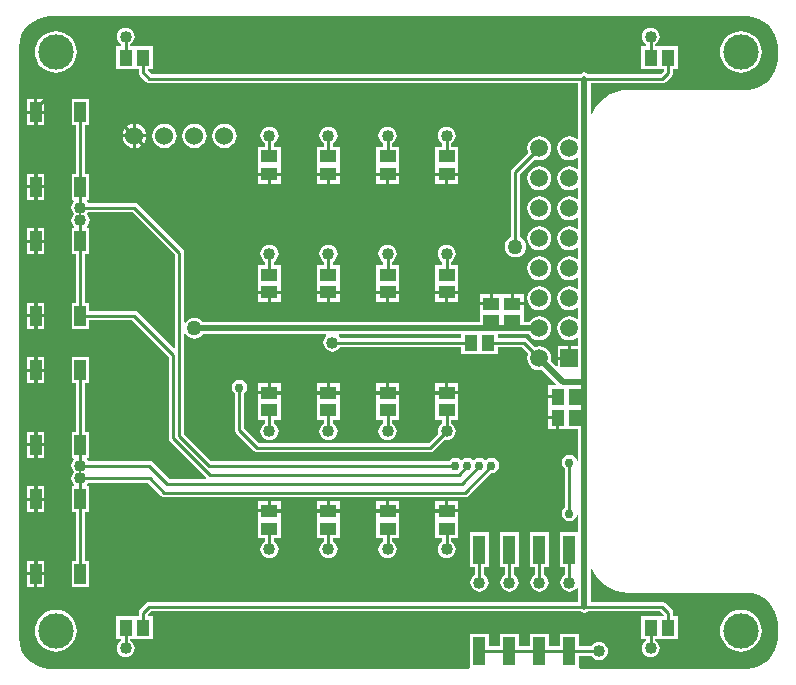
<source format=gtl>
G04 Layer_Physical_Order=1*
G04 Layer_Color=255*
%FSLAX25Y25*%
%MOIN*%
G70*
G01*
G75*
%ADD10R,0.03937X0.06693*%
%ADD11R,0.04449X0.09606*%
%ADD12R,0.05512X0.04331*%
%ADD13R,0.04331X0.05512*%
%ADD14C,0.02000*%
%ADD15C,0.01000*%
%ADD16C,0.11811*%
%ADD17C,0.06000*%
%ADD18C,0.05906*%
%ADD19R,0.05906X0.05906*%
%ADD20C,0.05000*%
%ADD21C,0.04000*%
%ADD22C,0.03000*%
G36*
X-31529Y29366D02*
Y-1733D01*
X-31991Y-1925D01*
X-43958Y10042D01*
X-44454Y10374D01*
X-45039Y10490D01*
X-60031D01*
Y13307D01*
X-61471D01*
Y29417D01*
X-60031D01*
Y38110D01*
X-60709D01*
X-60878Y38610D01*
X-60860Y38624D01*
X-60379Y39251D01*
X-60077Y39981D01*
X-59974Y40764D01*
X-60077Y41547D01*
X-60379Y42277D01*
X-60844Y42882D01*
X-60392Y43471D01*
X-45634D01*
X-31529Y29366D01*
D02*
G37*
G36*
X63882Y1529D02*
X23608D01*
X23140Y2140D01*
X23029Y2225D01*
X23199Y2725D01*
X63882D01*
Y1529D01*
D02*
G37*
G36*
X161111Y108538D02*
X163046Y107951D01*
X164828Y106998D01*
X166391Y105716D01*
X167673Y104154D01*
X168626Y102371D01*
X169213Y100437D01*
X169399Y98541D01*
X169376Y98425D01*
Y94575D01*
X169396Y94477D01*
X169207Y92563D01*
X168620Y90629D01*
X167667Y88846D01*
X166385Y87284D01*
X164823Y86002D01*
X163040Y85049D01*
X161106Y84462D01*
X159587Y84313D01*
X159095Y84293D01*
X159094Y84293D01*
X158684Y84218D01*
X158239Y84207D01*
X158118D01*
X119724Y84207D01*
Y84218D01*
X117636Y84054D01*
X115598Y83565D01*
X113663Y82763D01*
X111876Y81668D01*
X110283Y80308D01*
X108922Y78714D01*
X107827Y76928D01*
X107530Y76209D01*
X107039Y76306D01*
Y86471D01*
X131000D01*
X131585Y86587D01*
X132081Y86919D01*
X134034Y88871D01*
X134366Y89368D01*
X134482Y89953D01*
Y91244D01*
X136118D01*
Y98756D01*
X128577D01*
Y99345D01*
X129187Y99813D01*
X129668Y100440D01*
X129970Y101170D01*
X130073Y101953D01*
X129970Y102736D01*
X129668Y103466D01*
X129187Y104092D01*
X128560Y104573D01*
X127830Y104876D01*
X127047Y104979D01*
X126264Y104876D01*
X125534Y104573D01*
X124908Y104092D01*
X124427Y103466D01*
X124125Y102736D01*
X124021Y101953D01*
X124125Y101170D01*
X124427Y100440D01*
X124908Y99813D01*
X125518Y99345D01*
Y98756D01*
X123882D01*
Y91244D01*
X131423D01*
Y90586D01*
X130367Y89529D01*
X106311D01*
X105780Y89884D01*
X105000Y90039D01*
X104220Y89884D01*
X103689Y89529D01*
X-39366D01*
X-40518Y90681D01*
Y91244D01*
X-38882D01*
Y98756D01*
X-46423D01*
Y99345D01*
X-45813Y99813D01*
X-45332Y100440D01*
X-45030Y101170D01*
X-44927Y101953D01*
X-45030Y102736D01*
X-45332Y103466D01*
X-45813Y104092D01*
X-46440Y104573D01*
X-47170Y104876D01*
X-47953Y104979D01*
X-48736Y104876D01*
X-49466Y104573D01*
X-50092Y104092D01*
X-50573Y103466D01*
X-50876Y102736D01*
X-50979Y101953D01*
X-50876Y101170D01*
X-50573Y100440D01*
X-50092Y99813D01*
X-49482Y99345D01*
Y98756D01*
X-51118D01*
Y91244D01*
X-43577D01*
Y90047D01*
X-43460Y89462D01*
X-43129Y88966D01*
X-41081Y86919D01*
X-40585Y86587D01*
X-40000Y86471D01*
X102961D01*
Y68104D01*
X102461Y67858D01*
X101993Y68217D01*
X101032Y68615D01*
X100000Y68751D01*
X98968Y68615D01*
X98007Y68217D01*
X97181Y67583D01*
X96547Y66757D01*
X96149Y65796D01*
X96013Y64764D01*
X96149Y63732D01*
X96547Y62770D01*
X97181Y61945D01*
X98007Y61311D01*
X98968Y60913D01*
X100000Y60777D01*
X101032Y60913D01*
X101993Y61311D01*
X102461Y61670D01*
X102961Y61423D01*
Y58104D01*
X102461Y57858D01*
X101993Y58217D01*
X101032Y58615D01*
X100000Y58751D01*
X98968Y58615D01*
X98007Y58217D01*
X97181Y57583D01*
X96547Y56757D01*
X96149Y55796D01*
X96013Y54764D01*
X96149Y53732D01*
X96547Y52770D01*
X97181Y51945D01*
X98007Y51311D01*
X98968Y50913D01*
X100000Y50777D01*
X101032Y50913D01*
X101993Y51311D01*
X102461Y51670D01*
X102961Y51423D01*
Y48105D01*
X102461Y47858D01*
X101993Y48217D01*
X101032Y48615D01*
X100000Y48751D01*
X98968Y48615D01*
X98007Y48217D01*
X97181Y47583D01*
X96547Y46757D01*
X96149Y45796D01*
X96013Y44764D01*
X96149Y43732D01*
X96547Y42770D01*
X97181Y41945D01*
X98007Y41311D01*
X98968Y40913D01*
X100000Y40777D01*
X101032Y40913D01*
X101993Y41311D01*
X102461Y41670D01*
X102961Y41423D01*
Y38105D01*
X102461Y37858D01*
X101993Y38217D01*
X101032Y38615D01*
X100000Y38751D01*
X98968Y38615D01*
X98007Y38217D01*
X97181Y37583D01*
X96547Y36757D01*
X96149Y35796D01*
X96013Y34764D01*
X96149Y33732D01*
X96547Y32770D01*
X97181Y31945D01*
X98007Y31311D01*
X98968Y30913D01*
X100000Y30777D01*
X101032Y30913D01*
X101993Y31311D01*
X102461Y31670D01*
X102961Y31423D01*
Y28104D01*
X102461Y27858D01*
X101993Y28216D01*
X101032Y28615D01*
X100000Y28751D01*
X98968Y28615D01*
X98007Y28216D01*
X97181Y27583D01*
X96547Y26757D01*
X96149Y25796D01*
X96013Y24764D01*
X96149Y23732D01*
X96547Y22770D01*
X97181Y21945D01*
X98007Y21311D01*
X98968Y20913D01*
X100000Y20777D01*
X101032Y20913D01*
X101993Y21311D01*
X102461Y21670D01*
X102961Y21423D01*
Y18104D01*
X102461Y17858D01*
X101993Y18216D01*
X101032Y18615D01*
X100000Y18751D01*
X98968Y18615D01*
X98007Y18216D01*
X97181Y17583D01*
X96547Y16757D01*
X96149Y15796D01*
X96013Y14764D01*
X96149Y13732D01*
X96547Y12770D01*
X97181Y11945D01*
X98007Y11311D01*
X98968Y10913D01*
X100000Y10777D01*
X101032Y10913D01*
X101993Y11311D01*
X102461Y11670D01*
X102961Y11423D01*
Y8104D01*
X102461Y7858D01*
X101993Y8217D01*
X101032Y8615D01*
X100000Y8751D01*
X98968Y8615D01*
X98007Y8217D01*
X97181Y7583D01*
X96547Y6757D01*
X96149Y5796D01*
X96013Y4764D01*
X96149Y3732D01*
X96547Y2770D01*
X97181Y1945D01*
X98007Y1311D01*
X98968Y913D01*
X100000Y777D01*
X101032Y913D01*
X101993Y1311D01*
X102461Y1670D01*
X102961Y1423D01*
Y-1283D01*
X100500D01*
Y-5236D01*
X100000D01*
Y-5736D01*
X96047D01*
Y-7746D01*
X95585Y-7938D01*
X93858Y-6211D01*
X93987Y-5236D01*
X93851Y-4204D01*
X93453Y-3243D01*
X92819Y-2417D01*
X91993Y-1784D01*
X91032Y-1385D01*
X90000Y-1249D01*
X88968Y-1385D01*
X88504Y-1577D01*
X85845Y1081D01*
X85349Y1413D01*
X84764Y1529D01*
X76118D01*
Y2725D01*
X86582D01*
X87181Y1945D01*
X88007Y1311D01*
X88968Y913D01*
X90000Y777D01*
X91032Y913D01*
X91993Y1311D01*
X92819Y1945D01*
X93453Y2770D01*
X93851Y3732D01*
X93987Y4764D01*
X93851Y5796D01*
X93453Y6757D01*
X92819Y7583D01*
X91993Y8217D01*
X91032Y8615D01*
X90000Y8751D01*
X88968Y8615D01*
X88007Y8217D01*
X87181Y7583D01*
X86582Y6803D01*
X84756D01*
Y9787D01*
Y12453D01*
X81000D01*
Y12953D01*
X80500D01*
Y16118D01*
X77756D01*
Y16165D01*
X74500D01*
Y13000D01*
X74000D01*
Y12500D01*
X70244D01*
Y9835D01*
Y6803D01*
X-22153D01*
X-22504Y7260D01*
X-23235Y7821D01*
X-24086Y8174D01*
X-25000Y8294D01*
X-25914Y8174D01*
X-26765Y7821D01*
X-27496Y7260D01*
X-27971Y6642D01*
X-28471Y6771D01*
Y30000D01*
X-28587Y30585D01*
X-28919Y31081D01*
X-43919Y46081D01*
X-44415Y46413D01*
X-45000Y46529D01*
X-60392D01*
X-60841Y47114D01*
X-60822Y47230D01*
X-60658Y47614D01*
X-60031D01*
Y56307D01*
X-61471D01*
Y72417D01*
X-60031D01*
Y81110D01*
X-65969D01*
Y72417D01*
X-64529D01*
Y56307D01*
X-65969D01*
Y47614D01*
X-65342D01*
X-65178Y47230D01*
X-65159Y47114D01*
X-65620Y46513D01*
X-65923Y45783D01*
X-66026Y45000D01*
X-65923Y44217D01*
X-65620Y43487D01*
X-65156Y42882D01*
X-65620Y42277D01*
X-65923Y41547D01*
X-66026Y40764D01*
X-65923Y39981D01*
X-65620Y39251D01*
X-65140Y38624D01*
X-65122Y38610D01*
X-65291Y38110D01*
X-65969D01*
Y29417D01*
X-64529D01*
Y13307D01*
X-65969D01*
Y4614D01*
X-60031D01*
Y7431D01*
X-45673D01*
X-33529Y-4712D01*
Y-31828D01*
X-33413Y-32414D01*
X-33081Y-32910D01*
X-21021Y-44971D01*
X-21158Y-45408D01*
X-21205Y-45471D01*
X-33367D01*
X-38919Y-39919D01*
X-39415Y-39587D01*
X-40000Y-39471D01*
X-60392D01*
X-60841Y-38886D01*
X-60822Y-38770D01*
X-60658Y-38386D01*
X-60031D01*
Y-29693D01*
X-61471D01*
Y-13583D01*
X-60031D01*
Y-4890D01*
X-65969D01*
Y-13583D01*
X-64529D01*
Y-29693D01*
X-65969D01*
Y-38386D01*
X-65342D01*
X-65178Y-38770D01*
X-65159Y-38886D01*
X-65620Y-39487D01*
X-65923Y-40217D01*
X-66026Y-41000D01*
X-65923Y-41783D01*
X-65620Y-42513D01*
X-65141Y-43138D01*
X-65620Y-43763D01*
X-65923Y-44492D01*
X-66026Y-45276D01*
X-65923Y-46059D01*
X-65620Y-46788D01*
X-65159Y-47390D01*
X-65178Y-47506D01*
X-65342Y-47890D01*
X-65969D01*
Y-56583D01*
X-64529D01*
Y-72693D01*
X-65969D01*
Y-81386D01*
X-60031D01*
Y-72693D01*
X-61471D01*
Y-56583D01*
X-60031D01*
Y-47890D01*
X-60658D01*
X-60822Y-47506D01*
X-60841Y-47390D01*
X-60392Y-46805D01*
X-40358D01*
X-36081Y-51081D01*
X-35585Y-51413D01*
X-35000Y-51529D01*
X65243D01*
X65828Y-51413D01*
X66324Y-51081D01*
X73880Y-43525D01*
X74000Y-43549D01*
X74976Y-43355D01*
X75802Y-42802D01*
X76355Y-41976D01*
X76549Y-41000D01*
X76355Y-40025D01*
X75802Y-39198D01*
X74976Y-38645D01*
X74000Y-38451D01*
X73024Y-38645D01*
X72198Y-39198D01*
X71802D01*
X70976Y-38645D01*
X70000Y-38451D01*
X69024Y-38645D01*
X68198Y-39198D01*
X67802D01*
X66975Y-38645D01*
X66000Y-38451D01*
X65025Y-38645D01*
X64198Y-39198D01*
X63802D01*
X62976Y-38645D01*
X62000Y-38451D01*
X61024Y-38645D01*
X60198Y-39198D01*
X60015Y-39471D01*
X-19366D01*
X-28471Y-30367D01*
Y2757D01*
X-27971Y2886D01*
X-27496Y2268D01*
X-26765Y1706D01*
X-25914Y1354D01*
X-25000Y1234D01*
X-24086Y1354D01*
X-23235Y1706D01*
X-22504Y2268D01*
X-22153Y2725D01*
X18801D01*
X18971Y2225D01*
X18860Y2140D01*
X18380Y1513D01*
X18077Y783D01*
X17974Y0D01*
X18077Y-783D01*
X18380Y-1513D01*
X18860Y-2140D01*
X19487Y-2620D01*
X20217Y-2923D01*
X21000Y-3026D01*
X21783Y-2923D01*
X22513Y-2620D01*
X23140Y-2140D01*
X23608Y-1529D01*
X63882D01*
Y-3756D01*
X76118D01*
Y-1529D01*
X84130D01*
X86341Y-3740D01*
X86149Y-4204D01*
X86013Y-5236D01*
X86149Y-6268D01*
X86547Y-7230D01*
X87181Y-8055D01*
X88007Y-8689D01*
X88968Y-9087D01*
X90000Y-9223D01*
X90975Y-9095D01*
X95662Y-13782D01*
X95471Y-14244D01*
X92929D01*
Y-17500D01*
X96095D01*
Y-18500D01*
X92929D01*
Y-21756D01*
Y-24500D01*
X96095D01*
Y-25000D01*
X96595D01*
Y-28756D01*
X102961D01*
Y-39507D01*
X102461Y-39557D01*
X102355Y-39024D01*
X101802Y-38198D01*
X100976Y-37645D01*
X100000Y-37451D01*
X99024Y-37645D01*
X98198Y-38198D01*
X97645Y-39024D01*
X97451Y-40000D01*
X97645Y-40975D01*
X98198Y-41802D01*
X98471Y-41985D01*
Y-55015D01*
X98198Y-55198D01*
X97645Y-56024D01*
X97451Y-57000D01*
X97645Y-57976D01*
X98198Y-58802D01*
X99024Y-59355D01*
X100000Y-59549D01*
X100976Y-59355D01*
X101802Y-58802D01*
X102355Y-57976D01*
X102461Y-57443D01*
X102961Y-57493D01*
Y-63197D01*
X96776D01*
Y-74803D01*
X98471D01*
Y-77392D01*
X97860Y-77860D01*
X97379Y-78487D01*
X97077Y-79217D01*
X96974Y-80000D01*
X97077Y-80783D01*
X97379Y-81513D01*
X97860Y-82140D01*
X98487Y-82621D01*
X99217Y-82923D01*
X100000Y-83026D01*
X100783Y-82923D01*
X101513Y-82621D01*
X102140Y-82140D01*
X102461Y-81721D01*
X102961Y-81891D01*
Y-86471D01*
X-40000D01*
X-40585Y-86587D01*
X-41081Y-86919D01*
X-43129Y-88966D01*
X-43460Y-89462D01*
X-43577Y-90047D01*
Y-91244D01*
X-51118D01*
Y-98756D01*
X-49482D01*
Y-99345D01*
X-50092Y-99813D01*
X-50573Y-100440D01*
X-50876Y-101170D01*
X-50979Y-101953D01*
X-50876Y-102736D01*
X-50573Y-103466D01*
X-50092Y-104092D01*
X-49466Y-104573D01*
X-48736Y-104876D01*
X-47953Y-104979D01*
X-47170Y-104876D01*
X-46440Y-104573D01*
X-45813Y-104092D01*
X-45332Y-103466D01*
X-45030Y-102736D01*
X-44927Y-101953D01*
X-45030Y-101170D01*
X-45332Y-100440D01*
X-45813Y-99813D01*
X-46423Y-99345D01*
Y-98756D01*
X-38882D01*
Y-91244D01*
X-40518D01*
Y-90681D01*
X-39366Y-89529D01*
X103689D01*
X104220Y-89884D01*
X105000Y-90039D01*
X105780Y-89884D01*
X106311Y-89529D01*
X130272D01*
X131423Y-90681D01*
Y-91244D01*
X123882D01*
Y-98756D01*
X125518D01*
Y-99345D01*
X124908Y-99813D01*
X124427Y-100440D01*
X124125Y-101170D01*
X124021Y-101953D01*
X124125Y-102736D01*
X124427Y-103466D01*
X124908Y-104092D01*
X125534Y-104573D01*
X126264Y-104876D01*
X127047Y-104979D01*
X127830Y-104876D01*
X128560Y-104573D01*
X129187Y-104092D01*
X129668Y-103466D01*
X129970Y-102736D01*
X130073Y-101953D01*
X129970Y-101170D01*
X129668Y-100440D01*
X129187Y-99813D01*
X128577Y-99345D01*
Y-98756D01*
X136118D01*
Y-91244D01*
X134482D01*
Y-90047D01*
X134366Y-89462D01*
X134034Y-88966D01*
X131987Y-86919D01*
X131491Y-86587D01*
X130905Y-86471D01*
X107039D01*
Y-75519D01*
X107530Y-75421D01*
X107827Y-76140D01*
X108922Y-77927D01*
X110283Y-79520D01*
X111876Y-80881D01*
X113663Y-81976D01*
X115598Y-82777D01*
X117636Y-83267D01*
X119724Y-83431D01*
Y-83419D01*
X158916D01*
X159095Y-83455D01*
Y-83455D01*
X159123Y-83428D01*
X161106Y-83624D01*
X163040Y-84210D01*
X164823Y-85163D01*
X166385Y-86445D01*
X167667Y-88008D01*
X168620Y-89790D01*
X169207Y-91725D01*
X169396Y-93639D01*
X169376Y-93736D01*
Y-98425D01*
X169396Y-98523D01*
X169207Y-100437D01*
X168620Y-102371D01*
X167667Y-104154D01*
X166385Y-105716D01*
X164823Y-106998D01*
X163040Y-107951D01*
X161106Y-108538D01*
X159192Y-108726D01*
X159095Y-108707D01*
X103706D01*
X103224Y-108661D01*
X103224Y-108207D01*
Y-104388D01*
X107250D01*
X107719Y-104998D01*
X108345Y-105479D01*
X109075Y-105781D01*
X109858Y-105884D01*
X110641Y-105781D01*
X111371Y-105479D01*
X111998Y-104998D01*
X112479Y-104371D01*
X112781Y-103641D01*
X112884Y-102858D01*
X112781Y-102075D01*
X112479Y-101345D01*
X111998Y-100719D01*
X111371Y-100238D01*
X110641Y-99936D01*
X109858Y-99832D01*
X109075Y-99936D01*
X108345Y-100238D01*
X107719Y-100719D01*
X107250Y-101329D01*
X103224D01*
Y-97055D01*
X96776D01*
Y-101329D01*
X93224D01*
Y-97055D01*
X86776D01*
Y-101329D01*
X83224D01*
Y-97055D01*
X76776D01*
Y-101329D01*
X73224D01*
Y-97055D01*
X66776D01*
Y-108207D01*
X66776Y-108661D01*
X66294Y-108707D01*
X-73189D01*
X-73189Y-108707D01*
Y-108707D01*
X-73681Y-108687D01*
X-75200Y-108538D01*
X-77135Y-107951D01*
X-78917Y-106998D01*
X-80480Y-105716D01*
X-81762Y-104154D01*
X-82715Y-102371D01*
X-83302Y-100437D01*
X-83490Y-98523D01*
X-83471Y-98425D01*
Y-92264D01*
Y92264D01*
Y98425D01*
X-83490Y98523D01*
X-83302Y100437D01*
X-82715Y102371D01*
X-81762Y104154D01*
X-80480Y105716D01*
X-78917Y106998D01*
X-77135Y107951D01*
X-75200Y108538D01*
X-73287Y108726D01*
X-73189Y108707D01*
X159100D01*
X159198Y108726D01*
X161111Y108538D01*
D02*
G37*
%LPC*%
G36*
X95595Y-25500D02*
X92929D01*
Y-28756D01*
X95595D01*
Y-25500D01*
D02*
G37*
G36*
X38870Y-13567D02*
X35614D01*
Y-16232D01*
X38870D01*
Y-13567D01*
D02*
G37*
G36*
X19185D02*
X15929D01*
Y-16232D01*
X19185D01*
Y-13567D01*
D02*
G37*
G36*
X43126D02*
X39870D01*
Y-16232D01*
X43126D01*
Y-13567D01*
D02*
G37*
G36*
X58555D02*
X55299D01*
Y-16232D01*
X58555D01*
Y-13567D01*
D02*
G37*
G36*
X-500D02*
X-3756D01*
Y-16232D01*
X-500D01*
Y-13567D01*
D02*
G37*
G36*
X3756Y-17232D02*
X0D01*
X-3756D01*
Y-19898D01*
Y-25803D01*
X-1529D01*
Y-26991D01*
X-2140Y-27459D01*
X-2620Y-28086D01*
X-2923Y-28815D01*
X-3026Y-29598D01*
X-2923Y-30382D01*
X-2620Y-31111D01*
X-2140Y-31738D01*
X-1513Y-32219D01*
X-783Y-32521D01*
X-0Y-32624D01*
X783Y-32521D01*
X1513Y-32219D01*
X2140Y-31738D01*
X2620Y-31111D01*
X2923Y-30382D01*
X3026Y-29598D01*
X2923Y-28815D01*
X2620Y-28086D01*
X2140Y-27459D01*
X1529Y-26991D01*
Y-25803D01*
X3756D01*
Y-19898D01*
Y-17232D01*
D02*
G37*
G36*
X-74992Y-29693D02*
X-77461D01*
Y-33539D01*
X-74992D01*
Y-29693D01*
D02*
G37*
G36*
X-78461D02*
X-80929D01*
Y-33539D01*
X-78461D01*
Y-29693D01*
D02*
G37*
G36*
X-10000Y-12451D02*
X-10975Y-12645D01*
X-11802Y-13198D01*
X-12355Y-14025D01*
X-12549Y-15000D01*
X-12355Y-15976D01*
X-11802Y-16802D01*
X-11529Y-16985D01*
Y-29000D01*
X-11413Y-29585D01*
X-11081Y-30081D01*
X-5081Y-36081D01*
X-4585Y-36413D01*
X-4000Y-36529D01*
X53654D01*
X54239Y-36413D01*
X54735Y-36081D01*
X58293Y-32524D01*
X59055Y-32624D01*
X59838Y-32521D01*
X60568Y-32219D01*
X61195Y-31738D01*
X61676Y-31111D01*
X61978Y-30382D01*
X62081Y-29598D01*
X61978Y-28815D01*
X61676Y-28086D01*
X61195Y-27459D01*
X60584Y-26991D01*
Y-25803D01*
X62811D01*
Y-19898D01*
Y-17232D01*
X59055D01*
X55299D01*
Y-19898D01*
Y-25803D01*
X57526D01*
Y-26991D01*
X56915Y-27459D01*
X56435Y-28086D01*
X56132Y-28815D01*
X56029Y-29598D01*
X56130Y-30361D01*
X53020Y-33471D01*
X-3367D01*
X-8471Y-28367D01*
Y-16985D01*
X-8198Y-16802D01*
X-7645Y-15976D01*
X-7451Y-15000D01*
X-7645Y-14025D01*
X-8198Y-13198D01*
X-9025Y-12645D01*
X-10000Y-12451D01*
D02*
G37*
G36*
X43126Y-17232D02*
X39370D01*
X35614D01*
Y-19898D01*
Y-25803D01*
X37841D01*
Y-26991D01*
X37230Y-27459D01*
X36750Y-28086D01*
X36447Y-28815D01*
X36344Y-29598D01*
X36447Y-30382D01*
X36750Y-31111D01*
X37230Y-31738D01*
X37857Y-32219D01*
X38587Y-32521D01*
X39370Y-32624D01*
X40153Y-32521D01*
X40883Y-32219D01*
X41510Y-31738D01*
X41991Y-31111D01*
X42293Y-30382D01*
X42396Y-29598D01*
X42293Y-28815D01*
X41991Y-28086D01*
X41510Y-27459D01*
X40900Y-26991D01*
Y-25803D01*
X43126D01*
Y-19898D01*
Y-17232D01*
D02*
G37*
G36*
X23441D02*
X19685D01*
X15929D01*
Y-19898D01*
Y-25803D01*
X18156D01*
Y-26991D01*
X17545Y-27459D01*
X17064Y-28086D01*
X16762Y-28815D01*
X16659Y-29598D01*
X16762Y-30382D01*
X17064Y-31111D01*
X17545Y-31738D01*
X18172Y-32219D01*
X18902Y-32521D01*
X19685Y-32624D01*
X20468Y-32521D01*
X21198Y-32219D01*
X21825Y-31738D01*
X22306Y-31111D01*
X22608Y-30382D01*
X22711Y-29598D01*
X22608Y-28815D01*
X22306Y-28086D01*
X21825Y-27459D01*
X21214Y-26991D01*
Y-25803D01*
X23441D01*
Y-19898D01*
Y-17232D01*
D02*
G37*
G36*
X-78461Y8461D02*
X-80929D01*
Y4614D01*
X-78461D01*
Y8461D01*
D02*
G37*
G36*
X99500Y-1283D02*
X96047D01*
Y-4736D01*
X99500D01*
Y-1283D01*
D02*
G37*
G36*
X-74992Y-4890D02*
X-77461D01*
Y-8736D01*
X-74992D01*
Y-4890D01*
D02*
G37*
G36*
Y13307D02*
X-77461D01*
Y9461D01*
X-74992D01*
Y13307D01*
D02*
G37*
G36*
X-78461D02*
X-80929D01*
Y9461D01*
X-78461D01*
Y13307D01*
D02*
G37*
G36*
X-74992Y8461D02*
X-77461D01*
Y4614D01*
X-74992D01*
Y8461D01*
D02*
G37*
G36*
X23441Y-13567D02*
X20185D01*
Y-16232D01*
X23441D01*
Y-13567D01*
D02*
G37*
G36*
X62811D02*
X59555D01*
Y-16232D01*
X62811D01*
Y-13567D01*
D02*
G37*
G36*
X3756D02*
X500D01*
Y-16232D01*
X3756D01*
Y-13567D01*
D02*
G37*
G36*
X-78461Y-4890D02*
X-80929D01*
Y-8736D01*
X-78461D01*
Y-4890D01*
D02*
G37*
G36*
X-74992Y-9736D02*
X-77461D01*
Y-13583D01*
X-74992D01*
Y-9736D01*
D02*
G37*
G36*
X-78461D02*
X-80929D01*
Y-13583D01*
X-78461D01*
Y-9736D01*
D02*
G37*
G36*
X-74992Y-34539D02*
X-77461D01*
Y-38386D01*
X-74992D01*
Y-34539D01*
D02*
G37*
G36*
X3756Y-56602D02*
X0D01*
X-3756D01*
Y-59268D01*
Y-65173D01*
X-1529D01*
Y-66361D01*
X-2140Y-66829D01*
X-2620Y-67456D01*
X-2923Y-68185D01*
X-3026Y-68968D01*
X-2923Y-69752D01*
X-2620Y-70481D01*
X-2140Y-71108D01*
X-1513Y-71589D01*
X-783Y-71891D01*
X-0Y-71994D01*
X783Y-71891D01*
X1513Y-71589D01*
X2140Y-71108D01*
X2620Y-70481D01*
X2923Y-69752D01*
X3026Y-68968D01*
X2923Y-68185D01*
X2620Y-67456D01*
X2140Y-66829D01*
X1529Y-66361D01*
Y-65173D01*
X3756D01*
Y-59268D01*
Y-56602D01*
D02*
G37*
G36*
X-74992Y-72693D02*
X-77461D01*
Y-76539D01*
X-74992D01*
Y-72693D01*
D02*
G37*
G36*
X-78461D02*
X-80929D01*
Y-76539D01*
X-78461D01*
Y-72693D01*
D02*
G37*
G36*
X62811Y-56602D02*
X59055D01*
X55299D01*
Y-59268D01*
Y-65173D01*
X57526D01*
Y-66361D01*
X56915Y-66829D01*
X56435Y-67456D01*
X56132Y-68185D01*
X56029Y-68968D01*
X56132Y-69752D01*
X56435Y-70481D01*
X56915Y-71108D01*
X57542Y-71589D01*
X58272Y-71891D01*
X59055Y-71994D01*
X59838Y-71891D01*
X60568Y-71589D01*
X61195Y-71108D01*
X61676Y-70481D01*
X61978Y-69752D01*
X62081Y-68968D01*
X61978Y-68185D01*
X61676Y-67456D01*
X61195Y-66829D01*
X60584Y-66361D01*
Y-65173D01*
X62811D01*
Y-59268D01*
Y-56602D01*
D02*
G37*
G36*
X43126D02*
X39370D01*
X35614D01*
Y-59268D01*
Y-65173D01*
X37841D01*
Y-66361D01*
X37230Y-66829D01*
X36750Y-67456D01*
X36447Y-68185D01*
X36344Y-68968D01*
X36447Y-69752D01*
X36750Y-70481D01*
X37230Y-71108D01*
X37857Y-71589D01*
X38587Y-71891D01*
X39370Y-71994D01*
X40153Y-71891D01*
X40883Y-71589D01*
X41510Y-71108D01*
X41991Y-70481D01*
X42293Y-69752D01*
X42396Y-68968D01*
X42293Y-68185D01*
X41991Y-67456D01*
X41510Y-66829D01*
X40900Y-66361D01*
Y-65173D01*
X43126D01*
Y-59268D01*
Y-56602D01*
D02*
G37*
G36*
X23441D02*
X19685D01*
X15929D01*
Y-59268D01*
Y-65173D01*
X18156D01*
Y-66361D01*
X17545Y-66829D01*
X17064Y-67456D01*
X16762Y-68185D01*
X16659Y-68968D01*
X16762Y-69752D01*
X17064Y-70481D01*
X17545Y-71108D01*
X18172Y-71589D01*
X18902Y-71891D01*
X19685Y-71994D01*
X20468Y-71891D01*
X21198Y-71589D01*
X21825Y-71108D01*
X22306Y-70481D01*
X22608Y-69752D01*
X22711Y-68968D01*
X22608Y-68185D01*
X22306Y-67456D01*
X21825Y-66829D01*
X21214Y-66361D01*
Y-65173D01*
X23441D01*
Y-59268D01*
Y-56602D01*
D02*
G37*
G36*
X-74992Y-77539D02*
X-77461D01*
Y-81386D01*
X-74992D01*
Y-77539D01*
D02*
G37*
G36*
X73224Y-63197D02*
X66776D01*
Y-74803D01*
X68471D01*
Y-77392D01*
X67860Y-77860D01*
X67379Y-78487D01*
X67077Y-79217D01*
X66974Y-80000D01*
X67077Y-80783D01*
X67379Y-81513D01*
X67860Y-82140D01*
X68487Y-82621D01*
X69217Y-82923D01*
X70000Y-83026D01*
X70783Y-82923D01*
X71513Y-82621D01*
X72140Y-82140D01*
X72620Y-81513D01*
X72923Y-80783D01*
X73026Y-80000D01*
X72923Y-79217D01*
X72620Y-78487D01*
X72140Y-77860D01*
X71529Y-77392D01*
Y-74803D01*
X73224D01*
Y-63197D01*
D02*
G37*
G36*
X157126Y-89124D02*
X155772Y-89257D01*
X154471Y-89652D01*
X153271Y-90294D01*
X152219Y-91156D01*
X151356Y-92208D01*
X150715Y-93408D01*
X150320Y-94709D01*
X150187Y-96063D01*
X150320Y-97417D01*
X150715Y-98718D01*
X151356Y-99918D01*
X152219Y-100970D01*
X153271Y-101832D01*
X154471Y-102474D01*
X155772Y-102869D01*
X157126Y-103002D01*
X158480Y-102869D01*
X159781Y-102474D01*
X160981Y-101832D01*
X162032Y-100970D01*
X162896Y-99918D01*
X163537Y-98718D01*
X163932Y-97417D01*
X164065Y-96063D01*
X163932Y-94709D01*
X163537Y-93408D01*
X162896Y-92208D01*
X162032Y-91156D01*
X160981Y-90294D01*
X159781Y-89652D01*
X158480Y-89257D01*
X157126Y-89124D01*
D02*
G37*
G36*
X-71220D02*
X-72574Y-89257D01*
X-73876Y-89652D01*
X-75076Y-90294D01*
X-76127Y-91156D01*
X-76990Y-92208D01*
X-77631Y-93408D01*
X-78026Y-94709D01*
X-78159Y-96063D01*
X-78026Y-97417D01*
X-77631Y-98718D01*
X-76990Y-99918D01*
X-76127Y-100970D01*
X-75076Y-101832D01*
X-73876Y-102474D01*
X-72574Y-102869D01*
X-71220Y-103002D01*
X-69867Y-102869D01*
X-68565Y-102474D01*
X-67365Y-101832D01*
X-66314Y-100970D01*
X-65451Y-99918D01*
X-64810Y-98718D01*
X-64415Y-97417D01*
X-64282Y-96063D01*
X-64415Y-94709D01*
X-64810Y-93408D01*
X-65451Y-92208D01*
X-66314Y-91156D01*
X-67365Y-90294D01*
X-68565Y-89652D01*
X-69867Y-89257D01*
X-71220Y-89124D01*
D02*
G37*
G36*
X-78461Y-77539D02*
X-80929D01*
Y-81386D01*
X-78461D01*
Y-77539D01*
D02*
G37*
G36*
X93224Y-63197D02*
X86776D01*
Y-74803D01*
X88471D01*
Y-77392D01*
X87860Y-77860D01*
X87379Y-78487D01*
X87077Y-79217D01*
X86974Y-80000D01*
X87077Y-80783D01*
X87379Y-81513D01*
X87860Y-82140D01*
X88487Y-82621D01*
X89217Y-82923D01*
X90000Y-83026D01*
X90783Y-82923D01*
X91513Y-82621D01*
X92140Y-82140D01*
X92620Y-81513D01*
X92923Y-80783D01*
X93026Y-80000D01*
X92923Y-79217D01*
X92620Y-78487D01*
X92140Y-77860D01*
X91529Y-77392D01*
Y-74803D01*
X93224D01*
Y-63197D01*
D02*
G37*
G36*
X83224D02*
X76776D01*
Y-74803D01*
X78471D01*
Y-77392D01*
X77860Y-77860D01*
X77380Y-78487D01*
X77077Y-79217D01*
X76974Y-80000D01*
X77077Y-80783D01*
X77380Y-81513D01*
X77860Y-82140D01*
X78487Y-82621D01*
X79217Y-82923D01*
X80000Y-83026D01*
X80783Y-82923D01*
X81513Y-82621D01*
X82140Y-82140D01*
X82621Y-81513D01*
X82923Y-80783D01*
X83026Y-80000D01*
X82923Y-79217D01*
X82621Y-78487D01*
X82140Y-77860D01*
X81529Y-77392D01*
Y-74803D01*
X83224D01*
Y-63197D01*
D02*
G37*
G36*
X23441Y-52937D02*
X20185D01*
Y-55602D01*
X23441D01*
Y-52937D01*
D02*
G37*
G36*
X62811D02*
X59555D01*
Y-55602D01*
X62811D01*
Y-52937D01*
D02*
G37*
G36*
X3756D02*
X500D01*
Y-55602D01*
X3756D01*
Y-52937D01*
D02*
G37*
G36*
X-78461Y-34539D02*
X-80929D01*
Y-38386D01*
X-78461D01*
Y-34539D01*
D02*
G37*
G36*
X-74992Y-47890D02*
X-77461D01*
Y-51736D01*
X-74992D01*
Y-47890D01*
D02*
G37*
G36*
X-78461D02*
X-80929D01*
Y-51736D01*
X-78461D01*
Y-47890D01*
D02*
G37*
G36*
X43126Y-52937D02*
X39870D01*
Y-55602D01*
X43126D01*
Y-52937D01*
D02*
G37*
G36*
X38870D02*
X35614D01*
Y-55602D01*
X38870D01*
Y-52937D01*
D02*
G37*
G36*
X-74992Y-52736D02*
X-77461D01*
Y-56583D01*
X-74992D01*
Y-52736D01*
D02*
G37*
G36*
X-78461D02*
X-80929D01*
Y-56583D01*
X-78461D01*
Y-52736D01*
D02*
G37*
G36*
X19185Y-52937D02*
X15929D01*
Y-55602D01*
X19185D01*
Y-52937D01*
D02*
G37*
G36*
X-500D02*
X-3756D01*
Y-55602D01*
X-500D01*
Y-52937D01*
D02*
G37*
G36*
X58555D02*
X55299D01*
Y-55602D01*
X58555D01*
Y-52937D01*
D02*
G37*
G36*
X19685Y71994D02*
X18902Y71891D01*
X18172Y71589D01*
X17545Y71108D01*
X17064Y70481D01*
X16762Y69752D01*
X16659Y68968D01*
X16762Y68185D01*
X17064Y67456D01*
X17545Y66829D01*
X18156Y66361D01*
Y65173D01*
X15929D01*
Y58842D01*
Y56602D01*
X23441D01*
Y58842D01*
Y65173D01*
X21214D01*
Y66361D01*
X21825Y66829D01*
X22306Y67456D01*
X22608Y68185D01*
X22711Y68968D01*
X22608Y69752D01*
X22306Y70481D01*
X21825Y71108D01*
X21198Y71589D01*
X20468Y71891D01*
X19685Y71994D01*
D02*
G37*
G36*
X0D02*
X-783Y71891D01*
X-1513Y71589D01*
X-2140Y71108D01*
X-2620Y70481D01*
X-2923Y69752D01*
X-3026Y68968D01*
X-2923Y68185D01*
X-2620Y67456D01*
X-2140Y66829D01*
X-1529Y66361D01*
Y65173D01*
X-3756D01*
Y58842D01*
Y56602D01*
X3756D01*
Y58842D01*
Y65173D01*
X1529D01*
Y66361D01*
X2140Y66829D01*
X2620Y67456D01*
X2923Y68185D01*
X3026Y68968D01*
X2923Y69752D01*
X2620Y70481D01*
X2140Y71108D01*
X1513Y71589D01*
X783Y71891D01*
X0Y71994D01*
D02*
G37*
G36*
X62811Y55602D02*
X59555D01*
Y52937D01*
X62811D01*
Y55602D01*
D02*
G37*
G36*
X90000Y68751D02*
X88968Y68615D01*
X88007Y68217D01*
X87181Y67583D01*
X86547Y66757D01*
X86149Y65796D01*
X86013Y64764D01*
X86149Y63732D01*
X86341Y63268D01*
X80919Y57845D01*
X80587Y57349D01*
X80471Y56764D01*
Y35155D01*
X80235Y35057D01*
X79504Y34496D01*
X78943Y33765D01*
X78590Y32914D01*
X78470Y32000D01*
X78590Y31086D01*
X78943Y30235D01*
X79504Y29504D01*
X80235Y28943D01*
X81086Y28590D01*
X82000Y28470D01*
X82914Y28590D01*
X83765Y28943D01*
X84496Y29504D01*
X85057Y30235D01*
X85410Y31086D01*
X85530Y32000D01*
X85410Y32914D01*
X85057Y33765D01*
X84496Y34496D01*
X83765Y35057D01*
X83529Y35155D01*
Y56130D01*
X88504Y61105D01*
X88968Y60913D01*
X90000Y60777D01*
X91032Y60913D01*
X91993Y61311D01*
X92819Y61945D01*
X93453Y62770D01*
X93851Y63732D01*
X93987Y64764D01*
X93851Y65796D01*
X93453Y66757D01*
X92819Y67583D01*
X91993Y68217D01*
X91032Y68615D01*
X90000Y68751D01*
D02*
G37*
G36*
X59055Y71994D02*
X58272Y71891D01*
X57542Y71589D01*
X56915Y71108D01*
X56435Y70481D01*
X56132Y69752D01*
X56029Y68968D01*
X56132Y68185D01*
X56435Y67456D01*
X56915Y66829D01*
X57526Y66361D01*
Y65173D01*
X55299D01*
Y58842D01*
Y56602D01*
X62811D01*
Y58842D01*
Y65173D01*
X60584D01*
Y66361D01*
X61195Y66829D01*
X61676Y67456D01*
X61978Y68185D01*
X62081Y68968D01*
X61978Y69752D01*
X61676Y70481D01*
X61195Y71108D01*
X60568Y71589D01*
X59838Y71891D01*
X59055Y71994D01*
D02*
G37*
G36*
X39370D02*
X38587Y71891D01*
X37857Y71589D01*
X37231Y71108D01*
X36750Y70481D01*
X36447Y69752D01*
X36344Y68968D01*
X36447Y68185D01*
X36750Y67456D01*
X37231Y66829D01*
X37841Y66361D01*
Y65173D01*
X35614D01*
Y58842D01*
Y56602D01*
X43126D01*
Y58842D01*
Y65173D01*
X40900D01*
Y66361D01*
X41510Y66829D01*
X41991Y67456D01*
X42293Y68185D01*
X42396Y68968D01*
X42293Y69752D01*
X41991Y70481D01*
X41510Y71108D01*
X40883Y71589D01*
X40153Y71891D01*
X39370Y71994D01*
D02*
G37*
G36*
X58555Y55602D02*
X55299D01*
Y52937D01*
X58555D01*
Y55602D01*
D02*
G37*
G36*
X19185D02*
X15929D01*
Y52937D01*
X19185D01*
Y55602D01*
D02*
G37*
G36*
X3756D02*
X500D01*
Y52937D01*
X3756D01*
Y55602D01*
D02*
G37*
G36*
X-500D02*
X-3756D01*
Y52937D01*
X-500D01*
Y55602D01*
D02*
G37*
G36*
X43126D02*
X39870D01*
Y52937D01*
X43126D01*
Y55602D01*
D02*
G37*
G36*
X38870D02*
X35614D01*
Y52937D01*
X38870D01*
Y55602D01*
D02*
G37*
G36*
X23441D02*
X20185D01*
Y52937D01*
X23441D01*
Y55602D01*
D02*
G37*
G36*
X-78461Y81110D02*
X-80929D01*
Y77264D01*
X-78461D01*
Y81110D01*
D02*
G37*
G36*
X-74992Y76264D02*
X-77461D01*
Y72417D01*
X-74992D01*
Y76264D01*
D02*
G37*
G36*
X-78461D02*
X-80929D01*
Y72417D01*
X-78461D01*
Y76264D01*
D02*
G37*
G36*
X157126Y103789D02*
X155772Y103656D01*
X154471Y103261D01*
X153271Y102620D01*
X152219Y101757D01*
X151356Y100705D01*
X150715Y99506D01*
X150320Y98204D01*
X150187Y96850D01*
X150320Y95497D01*
X150715Y94195D01*
X151356Y92995D01*
X152219Y91944D01*
X153271Y91081D01*
X154471Y90440D01*
X155772Y90045D01*
X157126Y89912D01*
X158480Y90045D01*
X159781Y90440D01*
X160981Y91081D01*
X162032Y91944D01*
X162896Y92995D01*
X163537Y94195D01*
X163932Y95497D01*
X164065Y96850D01*
X163932Y98204D01*
X163537Y99506D01*
X162896Y100705D01*
X162032Y101757D01*
X160981Y102620D01*
X159781Y103261D01*
X158480Y103656D01*
X157126Y103789D01*
D02*
G37*
G36*
X-71220D02*
X-72574Y103656D01*
X-73876Y103261D01*
X-75076Y102620D01*
X-76127Y101757D01*
X-76990Y100705D01*
X-77631Y99506D01*
X-78026Y98204D01*
X-78159Y96850D01*
X-78026Y95497D01*
X-77631Y94195D01*
X-76990Y92995D01*
X-76127Y91944D01*
X-75076Y91081D01*
X-73876Y90440D01*
X-72574Y90045D01*
X-71220Y89912D01*
X-69867Y90045D01*
X-68565Y90440D01*
X-67365Y91081D01*
X-66314Y91944D01*
X-65451Y92995D01*
X-64810Y94195D01*
X-64415Y95497D01*
X-64282Y96850D01*
X-64415Y98204D01*
X-64810Y99506D01*
X-65451Y100705D01*
X-66314Y101757D01*
X-67365Y102620D01*
X-68565Y103261D01*
X-69867Y103656D01*
X-71220Y103789D01*
D02*
G37*
G36*
X-74992Y81110D02*
X-77461D01*
Y77264D01*
X-74992D01*
Y81110D01*
D02*
G37*
G36*
X-44500Y72866D02*
Y69398D01*
X-41031D01*
X-41103Y69942D01*
X-41506Y70915D01*
X-42147Y71750D01*
X-42983Y72392D01*
X-43956Y72795D01*
X-44500Y72866D01*
D02*
G37*
G36*
X-15000Y72932D02*
X-16044Y72795D01*
X-17017Y72392D01*
X-17853Y71750D01*
X-18494Y70915D01*
X-18897Y69942D01*
X-19035Y68898D01*
X-18897Y67853D01*
X-18494Y66880D01*
X-17853Y66045D01*
X-17017Y65404D01*
X-16044Y65001D01*
X-15000Y64863D01*
X-13956Y65001D01*
X-12983Y65404D01*
X-12147Y66045D01*
X-11506Y66880D01*
X-11103Y67853D01*
X-10966Y68898D01*
X-11103Y69942D01*
X-11506Y70915D01*
X-12147Y71750D01*
X-12983Y72392D01*
X-13956Y72795D01*
X-15000Y72932D01*
D02*
G37*
G36*
X-25000D02*
X-26044Y72795D01*
X-27017Y72392D01*
X-27853Y71750D01*
X-28494Y70915D01*
X-28897Y69942D01*
X-29035Y68898D01*
X-28897Y67853D01*
X-28494Y66880D01*
X-27853Y66045D01*
X-27017Y65404D01*
X-26044Y65001D01*
X-25000Y64863D01*
X-23956Y65001D01*
X-22983Y65404D01*
X-22147Y66045D01*
X-21506Y66880D01*
X-21103Y67853D01*
X-20966Y68898D01*
X-21103Y69942D01*
X-21506Y70915D01*
X-22147Y71750D01*
X-22983Y72392D01*
X-23956Y72795D01*
X-25000Y72932D01*
D02*
G37*
G36*
X-35000D02*
X-36044Y72795D01*
X-37017Y72392D01*
X-37853Y71750D01*
X-38494Y70915D01*
X-38897Y69942D01*
X-39035Y68898D01*
X-38897Y67853D01*
X-38494Y66880D01*
X-37853Y66045D01*
X-37017Y65404D01*
X-36044Y65001D01*
X-35000Y64863D01*
X-33956Y65001D01*
X-32983Y65404D01*
X-32147Y66045D01*
X-31506Y66880D01*
X-31103Y67853D01*
X-30966Y68898D01*
X-31103Y69942D01*
X-31506Y70915D01*
X-32147Y71750D01*
X-32983Y72392D01*
X-33956Y72795D01*
X-35000Y72932D01*
D02*
G37*
G36*
X-45500Y72866D02*
X-46044Y72795D01*
X-47017Y72392D01*
X-47853Y71750D01*
X-48494Y70915D01*
X-48897Y69942D01*
X-48969Y69398D01*
X-45500D01*
Y72866D01*
D02*
G37*
G36*
X-41031Y68398D02*
X-44500D01*
Y64929D01*
X-43956Y65001D01*
X-42983Y65404D01*
X-42147Y66045D01*
X-41506Y66880D01*
X-41103Y67853D01*
X-41031Y68398D01*
D02*
G37*
G36*
X-45500D02*
X-48969D01*
X-48897Y67853D01*
X-48494Y66880D01*
X-47853Y66045D01*
X-47017Y65404D01*
X-46044Y65001D01*
X-45500Y64929D01*
Y68398D01*
D02*
G37*
G36*
X-74992Y56307D02*
X-77461D01*
Y52461D01*
X-74992D01*
Y56307D01*
D02*
G37*
G36*
X58555Y16232D02*
X55299D01*
Y13567D01*
X58555D01*
Y16232D01*
D02*
G37*
G36*
X43126D02*
X39870D01*
Y13567D01*
X43126D01*
Y16232D01*
D02*
G37*
G36*
X38870D02*
X35614D01*
Y13567D01*
X38870D01*
Y16232D01*
D02*
G37*
G36*
X19685Y32624D02*
X18902Y32521D01*
X18172Y32219D01*
X17545Y31738D01*
X17064Y31111D01*
X16762Y30382D01*
X16659Y29598D01*
X16762Y28815D01*
X17064Y28086D01*
X17545Y27459D01*
X18156Y26991D01*
Y25803D01*
X15929D01*
Y19472D01*
Y17232D01*
X23441D01*
Y19472D01*
Y25803D01*
X21214D01*
Y26991D01*
X21825Y27459D01*
X22306Y28086D01*
X22608Y28815D01*
X22711Y29598D01*
X22608Y30382D01*
X22306Y31111D01*
X21825Y31738D01*
X21198Y32219D01*
X20468Y32521D01*
X19685Y32624D01*
D02*
G37*
G36*
X0D02*
X-783Y32521D01*
X-1513Y32219D01*
X-2140Y31738D01*
X-2620Y31111D01*
X-2923Y30382D01*
X-3026Y29598D01*
X-2923Y28815D01*
X-2620Y28086D01*
X-2140Y27459D01*
X-1529Y26991D01*
Y25803D01*
X-3756D01*
Y19472D01*
Y17232D01*
X3756D01*
Y19472D01*
Y25803D01*
X1529D01*
Y26991D01*
X2140Y27459D01*
X2620Y28086D01*
X2923Y28815D01*
X3026Y29598D01*
X2923Y30382D01*
X2620Y31111D01*
X2140Y31738D01*
X1513Y32219D01*
X783Y32521D01*
X0Y32624D01*
D02*
G37*
G36*
X62811Y16232D02*
X59555D01*
Y13567D01*
X62811D01*
Y16232D01*
D02*
G37*
G36*
X23441D02*
X20185D01*
Y13567D01*
X23441D01*
Y16232D01*
D02*
G37*
G36*
X73500Y16165D02*
X70244D01*
Y13500D01*
X73500D01*
Y16165D01*
D02*
G37*
G36*
X84756Y16118D02*
X81500D01*
Y13453D01*
X84756D01*
Y16118D01*
D02*
G37*
G36*
X90000Y18751D02*
X88968Y18615D01*
X88007Y18216D01*
X87181Y17583D01*
X86547Y16757D01*
X86149Y15796D01*
X86013Y14764D01*
X86149Y13732D01*
X86547Y12770D01*
X87181Y11945D01*
X88007Y11311D01*
X88968Y10913D01*
X90000Y10777D01*
X91032Y10913D01*
X91993Y11311D01*
X92819Y11945D01*
X93453Y12770D01*
X93851Y13732D01*
X93987Y14764D01*
X93851Y15796D01*
X93453Y16757D01*
X92819Y17583D01*
X91993Y18216D01*
X91032Y18615D01*
X90000Y18751D01*
D02*
G37*
G36*
X19185Y16232D02*
X15929D01*
Y13567D01*
X19185D01*
Y16232D01*
D02*
G37*
G36*
X3756D02*
X500D01*
Y13567D01*
X3756D01*
Y16232D01*
D02*
G37*
G36*
X-500D02*
X-3756D01*
Y13567D01*
X-500D01*
Y16232D01*
D02*
G37*
G36*
X-78461Y51461D02*
X-80929D01*
Y47614D01*
X-78461D01*
Y51461D01*
D02*
G37*
G36*
X90000Y48751D02*
X88968Y48615D01*
X88007Y48217D01*
X87181Y47583D01*
X86547Y46757D01*
X86149Y45796D01*
X86013Y44764D01*
X86149Y43732D01*
X86547Y42770D01*
X87181Y41945D01*
X88007Y41311D01*
X88968Y40913D01*
X90000Y40777D01*
X91032Y40913D01*
X91993Y41311D01*
X92819Y41945D01*
X93453Y42770D01*
X93851Y43732D01*
X93987Y44764D01*
X93851Y45796D01*
X93453Y46757D01*
X92819Y47583D01*
X91993Y48217D01*
X91032Y48615D01*
X90000Y48751D01*
D02*
G37*
G36*
X-74992Y38110D02*
X-77461D01*
Y34264D01*
X-74992D01*
Y38110D01*
D02*
G37*
G36*
X-78461Y56307D02*
X-80929D01*
Y52461D01*
X-78461D01*
Y56307D01*
D02*
G37*
G36*
X90000Y58751D02*
X88968Y58615D01*
X88007Y58217D01*
X87181Y57583D01*
X86547Y56757D01*
X86149Y55796D01*
X86013Y54764D01*
X86149Y53732D01*
X86547Y52770D01*
X87181Y51945D01*
X88007Y51311D01*
X88968Y50913D01*
X90000Y50777D01*
X91032Y50913D01*
X91993Y51311D01*
X92819Y51945D01*
X93453Y52770D01*
X93851Y53732D01*
X93987Y54764D01*
X93851Y55796D01*
X93453Y56757D01*
X92819Y57583D01*
X91993Y58217D01*
X91032Y58615D01*
X90000Y58751D01*
D02*
G37*
G36*
X-74992Y51461D02*
X-77461D01*
Y47614D01*
X-74992D01*
Y51461D01*
D02*
G37*
G36*
X-78461Y38110D02*
X-80929D01*
Y34264D01*
X-78461D01*
Y38110D01*
D02*
G37*
G36*
X90000Y28751D02*
X88968Y28615D01*
X88007Y28216D01*
X87181Y27583D01*
X86547Y26757D01*
X86149Y25796D01*
X86013Y24764D01*
X86149Y23732D01*
X86547Y22770D01*
X87181Y21945D01*
X88007Y21311D01*
X88968Y20913D01*
X90000Y20777D01*
X91032Y20913D01*
X91993Y21311D01*
X92819Y21945D01*
X93453Y22770D01*
X93851Y23732D01*
X93987Y24764D01*
X93851Y25796D01*
X93453Y26757D01*
X92819Y27583D01*
X91993Y28216D01*
X91032Y28615D01*
X90000Y28751D01*
D02*
G37*
G36*
X59055Y32624D02*
X58272Y32521D01*
X57542Y32219D01*
X56915Y31738D01*
X56435Y31111D01*
X56132Y30382D01*
X56029Y29598D01*
X56132Y28815D01*
X56435Y28086D01*
X56915Y27459D01*
X57526Y26991D01*
Y25803D01*
X55299D01*
Y19472D01*
Y17232D01*
X62811D01*
Y19472D01*
Y25803D01*
X60584D01*
Y26991D01*
X61195Y27459D01*
X61676Y28086D01*
X61978Y28815D01*
X62081Y29598D01*
X61978Y30382D01*
X61676Y31111D01*
X61195Y31738D01*
X60568Y32219D01*
X59838Y32521D01*
X59055Y32624D01*
D02*
G37*
G36*
X39370D02*
X38587Y32521D01*
X37857Y32219D01*
X37231Y31738D01*
X36750Y31111D01*
X36447Y30382D01*
X36344Y29598D01*
X36447Y28815D01*
X36750Y28086D01*
X37231Y27459D01*
X37841Y26991D01*
Y25803D01*
X35614D01*
Y19472D01*
Y17232D01*
X43126D01*
Y19472D01*
Y25803D01*
X40900D01*
Y26991D01*
X41510Y27459D01*
X41991Y28086D01*
X42293Y28815D01*
X42396Y29598D01*
X42293Y30382D01*
X41991Y31111D01*
X41510Y31738D01*
X40883Y32219D01*
X40153Y32521D01*
X39370Y32624D01*
D02*
G37*
G36*
X90000Y38751D02*
X88968Y38615D01*
X88007Y38217D01*
X87181Y37583D01*
X86547Y36757D01*
X86149Y35796D01*
X86013Y34764D01*
X86149Y33732D01*
X86547Y32770D01*
X87181Y31945D01*
X88007Y31311D01*
X88968Y30913D01*
X90000Y30777D01*
X91032Y30913D01*
X91993Y31311D01*
X92819Y31945D01*
X93453Y32770D01*
X93851Y33732D01*
X93987Y34764D01*
X93851Y35796D01*
X93453Y36757D01*
X92819Y37583D01*
X91993Y38217D01*
X91032Y38615D01*
X90000Y38751D01*
D02*
G37*
G36*
X-74992Y33264D02*
X-77461D01*
Y29417D01*
X-74992D01*
Y33264D01*
D02*
G37*
G36*
X-78461D02*
X-80929D01*
Y29417D01*
X-78461D01*
Y33264D01*
D02*
G37*
%LPD*%
D10*
X-77961Y-9236D02*
D03*
Y-34039D02*
D03*
X-63000Y-9236D02*
D03*
Y-34039D02*
D03*
X-77961Y33764D02*
D03*
Y8961D02*
D03*
X-63000Y33764D02*
D03*
Y8961D02*
D03*
X-77961Y-52236D02*
D03*
Y-77039D02*
D03*
X-63000Y-52236D02*
D03*
Y-77039D02*
D03*
X-77961Y76764D02*
D03*
Y51961D02*
D03*
X-63000Y76764D02*
D03*
Y51961D02*
D03*
D11*
X80000Y-69000D02*
D03*
X70000D02*
D03*
X90000D02*
D03*
X100000D02*
D03*
X70000Y-102858D02*
D03*
X80000D02*
D03*
X90000D02*
D03*
X100000D02*
D03*
D12*
X59055Y62008D02*
D03*
Y56102D02*
D03*
X39370Y62008D02*
D03*
Y56102D02*
D03*
X19685Y62008D02*
D03*
Y56102D02*
D03*
X0Y62008D02*
D03*
Y56102D02*
D03*
X19685Y22638D02*
D03*
Y16732D02*
D03*
X39370Y22638D02*
D03*
Y16732D02*
D03*
X59055Y22638D02*
D03*
Y16732D02*
D03*
X0Y22638D02*
D03*
Y16732D02*
D03*
X-0Y-62008D02*
D03*
Y-56102D02*
D03*
X19685Y-62008D02*
D03*
Y-56102D02*
D03*
X59055Y-62008D02*
D03*
Y-56102D02*
D03*
X39370Y-62008D02*
D03*
Y-56102D02*
D03*
X19685Y-22638D02*
D03*
Y-16732D02*
D03*
X59055Y-22638D02*
D03*
Y-16732D02*
D03*
X-0Y-22638D02*
D03*
Y-16732D02*
D03*
X39370Y-22638D02*
D03*
Y-16732D02*
D03*
X81000Y12953D02*
D03*
Y7047D02*
D03*
X74000Y13000D02*
D03*
Y7095D02*
D03*
D13*
X132953Y95000D02*
D03*
X127047D02*
D03*
X132953Y-95000D02*
D03*
X127047D02*
D03*
X-42047Y95000D02*
D03*
X-47953D02*
D03*
X-42047Y-95000D02*
D03*
X-47953D02*
D03*
X96095Y-25000D02*
D03*
X102000D02*
D03*
X96095Y-18000D02*
D03*
X102000D02*
D03*
X72953Y-0D02*
D03*
X67047D02*
D03*
D14*
X105000Y-88000D02*
Y-13000D01*
X-25000Y4764D02*
X90000D01*
X105000Y-13000D02*
Y88000D01*
X90000Y-5236D02*
X97764Y-13000D01*
X105000D01*
D15*
X-77961Y-77039D02*
Y-52236D01*
Y-34039D01*
Y-9236D01*
Y8961D01*
Y33764D01*
Y51961D01*
Y76764D01*
X70000Y-80000D02*
Y-69000D01*
X80000Y-80000D02*
Y-69000D01*
X90000Y-80000D02*
Y-69000D01*
X100000Y-80000D02*
Y-69000D01*
X-63000Y51961D02*
Y76764D01*
Y45000D02*
Y51961D01*
Y8961D02*
Y33764D01*
Y-41000D02*
Y-34039D01*
Y-9236D01*
Y-52236D02*
Y-45276D01*
Y-77039D02*
Y-52236D01*
Y33803D02*
Y40764D01*
X59055Y22638D02*
Y29598D01*
X0Y62008D02*
Y68968D01*
X19685Y62008D02*
Y68968D01*
X39370Y62008D02*
Y68968D01*
X59055Y62008D02*
Y68968D01*
X0Y22638D02*
Y29598D01*
X70000Y-102858D02*
X80000D01*
X90000D01*
X100000D01*
X39370Y22638D02*
Y29598D01*
X19685Y22638D02*
Y29598D01*
X-0Y-29598D02*
Y-22638D01*
X19685Y-29598D02*
Y-22638D01*
X39370Y-29598D02*
Y-22638D01*
X59055Y-29598D02*
Y-22638D01*
X-0Y-68968D02*
Y-62008D01*
X19685Y-68968D02*
Y-62008D01*
X59055Y-68968D02*
Y-62008D01*
X39370Y-68968D02*
Y-62008D01*
X0Y56102D02*
X19685D01*
X39370D01*
X59055D01*
X0Y16732D02*
X19685D01*
X39370D01*
X59055D01*
X-0Y-16732D02*
X19685D01*
X39370D01*
X59055D01*
X-0Y-56102D02*
X19685D01*
X39370D01*
X59055D01*
X-10000Y54000D02*
X-7898Y56102D01*
X0D01*
X-45000Y68898D02*
X-30102Y54000D01*
X-10000D01*
X99764Y64764D02*
X100000D01*
X82000Y56764D02*
X90000Y64764D01*
X-77961Y76764D02*
Y78039D01*
X-74000Y82000D01*
X-58102D01*
X-45000Y68898D01*
X66000Y-41243D02*
Y-41000D01*
X63243Y-44000D02*
X66000Y-41243D01*
X70000D02*
Y-41000D01*
X64243Y-47000D02*
X70000Y-41243D01*
X74000D02*
Y-41000D01*
X65243Y-50000D02*
X74000Y-41243D01*
X-34000Y-47000D02*
X64243D01*
X-35000Y-50000D02*
X65243D01*
X53654Y-35000D02*
X59055Y-29598D01*
X-4000Y-35000D02*
X53654D01*
X-10000Y-29000D02*
X-4000Y-35000D01*
X-10000Y-29000D02*
Y-15000D01*
X-63000Y-45276D02*
X-39724D01*
X-35000Y-50000D01*
X-63000Y-41000D02*
X-40000D01*
X-34000Y-47000D01*
X-63000Y45000D02*
X-45000D01*
X-30000Y30000D01*
Y-31000D02*
Y30000D01*
Y-31000D02*
X-20000Y-41000D01*
X62000D01*
X-63000Y8961D02*
X-45039D01*
X-32000Y-4079D01*
Y-31828D02*
Y-4079D01*
Y-31828D02*
X-19828Y-44000D01*
X63243D01*
X-7732Y16732D02*
X0D01*
X-10000Y19000D02*
X-7732Y16732D01*
X-10000Y19000D02*
Y54000D01*
X100000Y-102858D02*
X109858D01*
X22000Y-0D02*
X67047D01*
X132953Y89953D02*
Y95000D01*
X131000Y88000D02*
X132953Y89953D01*
X-42047Y90047D02*
X-40000Y88000D01*
X-42047Y90047D02*
Y95000D01*
X-40000Y88000D02*
X105000D01*
X131000D01*
X132953Y-95000D02*
Y-90047D01*
X130905Y-88000D02*
X132953Y-90047D01*
X-42047D02*
X-40000Y-88000D01*
X-42047Y-95000D02*
Y-90047D01*
X-40000Y-88000D02*
X105000D01*
X130905D01*
X127047Y-101953D02*
Y-95000D01*
X-47953Y-101953D02*
Y-95000D01*
Y95000D02*
Y101953D01*
X127047Y95000D02*
Y101953D01*
X82000Y32000D02*
Y56764D01*
X72953Y-0D02*
X84764D01*
X90000Y-5236D01*
X100000Y-57000D02*
Y-40000D01*
D16*
X-71220Y96850D02*
D03*
X157126D02*
D03*
Y-96063D02*
D03*
X-71220D02*
D03*
D17*
X-15000Y68898D02*
D03*
X-25000D02*
D03*
X-35000D02*
D03*
X-45000D02*
D03*
D18*
X90000Y64764D02*
D03*
X100000D02*
D03*
X90000Y54764D02*
D03*
X100000D02*
D03*
X90000Y44764D02*
D03*
X100000D02*
D03*
X90000Y34764D02*
D03*
X100000D02*
D03*
X90000Y24764D02*
D03*
X100000D02*
D03*
X90000Y14764D02*
D03*
X100000D02*
D03*
X90000Y4764D02*
D03*
X100000D02*
D03*
X90000Y-5236D02*
D03*
D19*
X100000D02*
D03*
D20*
X-25000Y4764D02*
D03*
X82000Y32000D02*
D03*
D21*
X70000Y-80000D02*
D03*
X80000D02*
D03*
X90000D02*
D03*
X100000D02*
D03*
X-63000Y45000D02*
D03*
Y-41000D02*
D03*
Y-45276D02*
D03*
Y40764D02*
D03*
X59055Y29598D02*
D03*
X0Y68968D02*
D03*
X19685D02*
D03*
X39370D02*
D03*
X59055D02*
D03*
X0Y29598D02*
D03*
X39370D02*
D03*
X19685D02*
D03*
X-0Y-29598D02*
D03*
X19685D02*
D03*
X39370D02*
D03*
X59055D02*
D03*
X-0Y-68968D02*
D03*
X19685D02*
D03*
X39370D02*
D03*
X59055D02*
D03*
X109858Y-102858D02*
D03*
X21000Y0D02*
D03*
X127047Y-101953D02*
D03*
X-47953D02*
D03*
Y101953D02*
D03*
X127047D02*
D03*
D22*
X62000Y-41000D02*
D03*
X70000D02*
D03*
X74000D02*
D03*
X66000D02*
D03*
X-10000Y-15000D02*
D03*
X100000Y-57000D02*
D03*
Y-40000D02*
D03*
M02*

</source>
